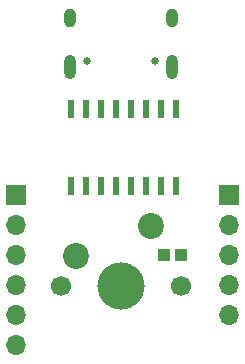
<source format=gbr>
%TF.GenerationSoftware,KiCad,Pcbnew,(6.0.4)*%
%TF.CreationDate,2022-05-01T14:08:42+08:00*%
%TF.ProjectId,OneKey,4f6e654b-6579-42e6-9b69-6361645f7063,rev?*%
%TF.SameCoordinates,Original*%
%TF.FileFunction,Soldermask,Bot*%
%TF.FilePolarity,Negative*%
%FSLAX46Y46*%
G04 Gerber Fmt 4.6, Leading zero omitted, Abs format (unit mm)*
G04 Created by KiCad (PCBNEW (6.0.4)) date 2022-05-01 14:08:42*
%MOMM*%
%LPD*%
G01*
G04 APERTURE LIST*
G04 Aperture macros list*
%AMRoundRect*
0 Rectangle with rounded corners*
0 $1 Rounding radius*
0 $2 $3 $4 $5 $6 $7 $8 $9 X,Y pos of 4 corners*
0 Add a 4 corners polygon primitive as box body*
4,1,4,$2,$3,$4,$5,$6,$7,$8,$9,$2,$3,0*
0 Add four circle primitives for the rounded corners*
1,1,$1+$1,$2,$3*
1,1,$1+$1,$4,$5*
1,1,$1+$1,$6,$7*
1,1,$1+$1,$8,$9*
0 Add four rect primitives between the rounded corners*
20,1,$1+$1,$2,$3,$4,$5,0*
20,1,$1+$1,$4,$5,$6,$7,0*
20,1,$1+$1,$6,$7,$8,$9,0*
20,1,$1+$1,$8,$9,$2,$3,0*%
G04 Aperture macros list end*
%ADD10C,4.000000*%
%ADD11C,1.700000*%
%ADD12C,2.200000*%
%ADD13R,1.700000X1.700000*%
%ADD14O,1.700000X1.700000*%
%ADD15C,0.650000*%
%ADD16O,1.000000X1.600000*%
%ADD17O,1.000000X2.100000*%
%ADD18R,1.000000X1.000000*%
%ADD19RoundRect,0.137500X0.137500X-0.662500X0.137500X0.662500X-0.137500X0.662500X-0.137500X-0.662500X0*%
G04 APERTURE END LIST*
D10*
%TO.C,SW1*%
X149352000Y-100663000D03*
D11*
X144272000Y-100663000D03*
X154432000Y-100663000D03*
D12*
X151892000Y-95583000D03*
X145542000Y-98123000D03*
%TD*%
D13*
%TO.C,J3*%
X158496000Y-92964000D03*
D14*
X158496000Y-95504000D03*
X158496000Y-98044000D03*
X158496000Y-100584000D03*
X158496000Y-103124000D03*
%TD*%
D13*
%TO.C,J2*%
X140462000Y-92964000D03*
D14*
X140462000Y-95504000D03*
X140462000Y-98044000D03*
X140462000Y-100584000D03*
X140462000Y-103124000D03*
X140462000Y-105664000D03*
%TD*%
D15*
%TO.C,J1*%
X146462000Y-81594000D03*
X152242000Y-81594000D03*
D16*
X145032000Y-77944000D03*
D17*
X153672000Y-82124000D03*
D16*
X153672000Y-77944000D03*
D17*
X145032000Y-82124000D03*
%TD*%
D18*
%TO.C,D+*%
X154432000Y-98044000D03*
%TD*%
%TO.C,VCC*%
X153035000Y-98044000D03*
%TD*%
D19*
%TO.C,CH552G*%
X154051000Y-92150000D03*
X152781000Y-92150000D03*
X151511000Y-92150000D03*
X150241000Y-92150000D03*
X148971000Y-92150000D03*
X147701000Y-92150000D03*
X146431000Y-92150000D03*
X145161000Y-92150000D03*
X145161000Y-85650000D03*
X146431000Y-85650000D03*
X147701000Y-85650000D03*
X148971000Y-85650000D03*
X150241000Y-85650000D03*
X151511000Y-85650000D03*
X152781000Y-85650000D03*
X154051000Y-85650000D03*
%TD*%
M02*

</source>
